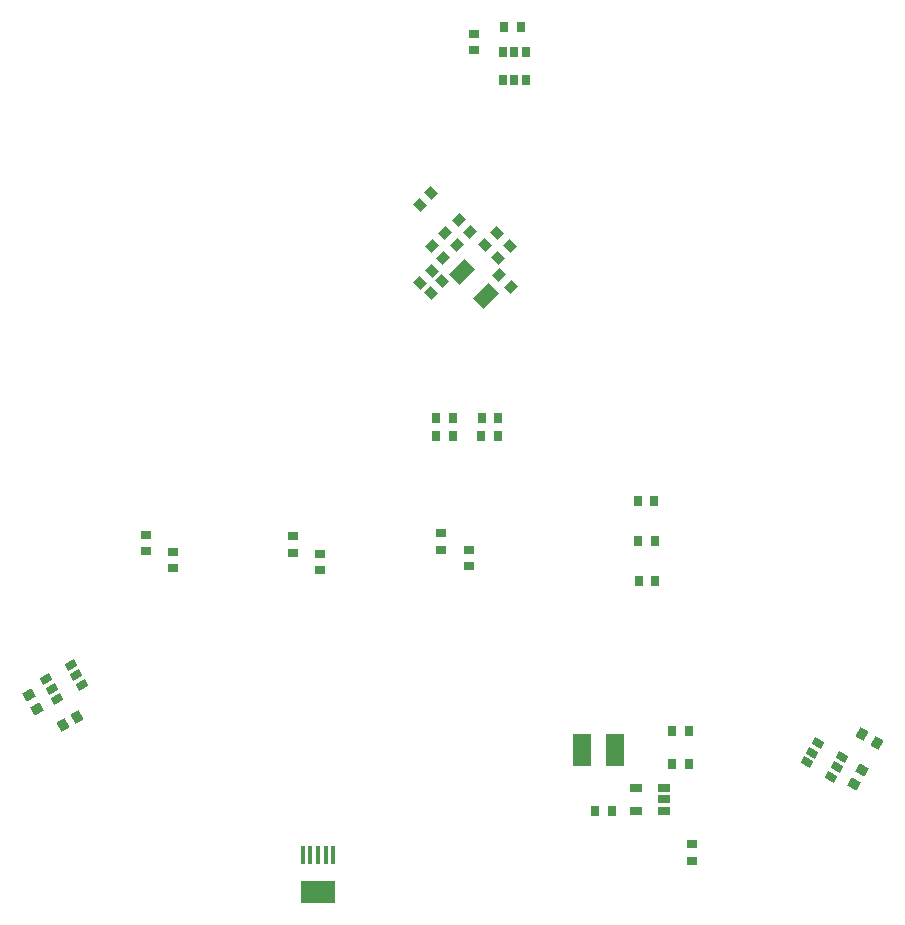
<source format=gbp>
%FSLAX44Y44*%
%MOMM*%
G71*
G01*
G75*
G04 Layer_Color=128*
%ADD10C,0.2540*%
%ADD11R,2.0320X2.0320*%
%ADD12R,5.5000X1.5000*%
G04:AMPARAMS|DCode=13|XSize=0.24mm|YSize=1.8mm|CornerRadius=0mm|HoleSize=0mm|Usage=FLASHONLY|Rotation=315.000|XOffset=0mm|YOffset=0mm|HoleType=Round|Shape=Round|*
%AMOVALD13*
21,1,1.5600,0.2400,0.0000,0.0000,45.0*
1,1,0.2400,-0.5515,-0.5515*
1,1,0.2400,0.5515,0.5515*
%
%ADD13OVALD13*%

G04:AMPARAMS|DCode=14|XSize=0.24mm|YSize=1.8mm|CornerRadius=0mm|HoleSize=0mm|Usage=FLASHONLY|Rotation=225.000|XOffset=0mm|YOffset=0mm|HoleType=Round|Shape=Round|*
%AMOVALD14*
21,1,1.5600,0.2400,0.0000,0.0000,315.0*
1,1,0.2400,-0.5515,0.5515*
1,1,0.2400,0.5515,-0.5515*
%
%ADD14OVALD14*%

%ADD15R,0.8000X0.9000*%
%ADD16P,2.8737X4X285.0*%
%ADD17P,2.8737X4X345.0*%
%ADD18C,0.4000*%
%ADD19C,0.2000*%
%ADD20C,0.7000*%
%ADD21C,0.5000*%
%ADD22C,0.3000*%
%ADD23C,1.2000*%
G04:AMPARAMS|DCode=24|XSize=1.9mm|YSize=1.1mm|CornerRadius=0mm|HoleSize=0mm|Usage=FLASHONLY|Rotation=90.000|XOffset=0mm|YOffset=0mm|HoleType=Round|Shape=Octagon|*
%AMOCTAGOND24*
4,1,8,0.2750,0.9500,-0.2750,0.9500,-0.5500,0.6750,-0.5500,-0.6750,-0.2750,-0.9500,0.2750,-0.9500,0.5500,-0.6750,0.5500,0.6750,0.2750,0.9500,0.0*
%
%ADD24OCTAGOND24*%

%ADD25O,1.1500X1.2500*%
%ADD26C,1.3000*%
%ADD27C,1.5000*%
%ADD28C,1.7000*%
%ADD29C,4.8260*%
%ADD30C,1.5240*%
%ADD31R,1.5240X1.5240*%
%ADD32R,1.5000X1.5000*%
%ADD33C,0.8000*%
%ADD34C,1.2700*%
%ADD35C,3.8000*%
%ADD36C,3.3020*%
G04:AMPARAMS|DCode=37|XSize=0.9mm|YSize=0.8mm|CornerRadius=0mm|HoleSize=0mm|Usage=FLASHONLY|Rotation=45.000|XOffset=0mm|YOffset=0mm|HoleType=Round|Shape=Rectangle|*
%AMROTATEDRECTD37*
4,1,4,-0.0354,-0.6010,-0.6010,-0.0354,0.0354,0.6010,0.6010,0.0354,-0.0354,-0.6010,0.0*
%
%ADD37ROTATEDRECTD37*%

G04:AMPARAMS|DCode=38|XSize=0.9mm|YSize=0.8mm|CornerRadius=0mm|HoleSize=0mm|Usage=FLASHONLY|Rotation=315.000|XOffset=0mm|YOffset=0mm|HoleType=Round|Shape=Rectangle|*
%AMROTATEDRECTD38*
4,1,4,-0.6010,0.0354,-0.0354,0.6010,0.6010,-0.0354,0.0354,-0.6010,-0.6010,0.0354,0.0*
%
%ADD38ROTATEDRECTD38*%

G04:AMPARAMS|DCode=39|XSize=1.8mm|YSize=1.3mm|CornerRadius=0mm|HoleSize=0mm|Usage=FLASHONLY|Rotation=45.000|XOffset=0mm|YOffset=0mm|HoleType=Round|Shape=Rectangle|*
%AMROTATEDRECTD39*
4,1,4,-0.1768,-1.0960,-1.0960,-0.1768,0.1768,1.0960,1.0960,0.1768,-0.1768,-1.0960,0.0*
%
%ADD39ROTATEDRECTD39*%

G04:AMPARAMS|DCode=40|XSize=0.65mm|YSize=0.9mm|CornerRadius=0mm|HoleSize=0mm|Usage=FLASHONLY|Rotation=60.000|XOffset=0mm|YOffset=0mm|HoleType=Round|Shape=Rectangle|*
%AMROTATEDRECTD40*
4,1,4,0.2272,-0.5065,-0.5522,-0.0565,-0.2272,0.5065,0.5522,0.0565,0.2272,-0.5065,0.0*
%
%ADD40ROTATEDRECTD40*%

%ADD41R,1.6000X2.7000*%
%ADD42R,0.9000X0.8000*%
%ADD43R,1.1000X0.6500*%
G04:AMPARAMS|DCode=44|XSize=0.9mm|YSize=0.8mm|CornerRadius=0mm|HoleSize=0mm|Usage=FLASHONLY|Rotation=210.000|XOffset=0mm|YOffset=0mm|HoleType=Round|Shape=Rectangle|*
%AMROTATEDRECTD44*
4,1,4,0.1897,0.5714,0.5897,-0.1214,-0.1897,-0.5714,-0.5897,0.1214,0.1897,0.5714,0.0*
%
%ADD44ROTATEDRECTD44*%

G04:AMPARAMS|DCode=45|XSize=0.9mm|YSize=0.8mm|CornerRadius=0mm|HoleSize=0mm|Usage=FLASHONLY|Rotation=330.000|XOffset=0mm|YOffset=0mm|HoleType=Round|Shape=Rectangle|*
%AMROTATEDRECTD45*
4,1,4,-0.5897,-0.1214,-0.1897,0.5714,0.5897,0.1214,0.1897,-0.5714,-0.5897,-0.1214,0.0*
%
%ADD45ROTATEDRECTD45*%

%ADD46R,0.6500X0.9000*%
G04:AMPARAMS|DCode=47|XSize=0.65mm|YSize=0.9mm|CornerRadius=0mm|HoleSize=0mm|Usage=FLASHONLY|Rotation=300.000|XOffset=0mm|YOffset=0mm|HoleType=Round|Shape=Rectangle|*
%AMROTATEDRECTD47*
4,1,4,-0.5522,0.0565,0.2272,0.5065,0.5522,-0.0565,-0.2272,-0.5065,-0.5522,0.0565,0.0*
%
%ADD47ROTATEDRECTD47*%

%ADD48R,0.4000X1.5500*%
%ADD49R,2.9000X1.9000*%
G04:AMPARAMS|DCode=50|XSize=0.9mm|YSize=0.8mm|CornerRadius=0mm|HoleSize=0mm|Usage=FLASHONLY|Rotation=120.000|XOffset=0mm|YOffset=0mm|HoleType=Round|Shape=Rectangle|*
%AMROTATEDRECTD50*
4,1,4,0.5714,-0.1897,-0.1214,-0.5897,-0.5714,0.1897,0.1214,0.5897,0.5714,-0.1897,0.0*
%
%ADD50ROTATEDRECTD50*%

G04:AMPARAMS|DCode=51|XSize=0.9mm|YSize=0.8mm|CornerRadius=0mm|HoleSize=0mm|Usage=FLASHONLY|Rotation=240.000|XOffset=0mm|YOffset=0mm|HoleType=Round|Shape=Rectangle|*
%AMROTATEDRECTD51*
4,1,4,-0.1214,0.5897,0.5714,0.1897,0.1214,-0.5897,-0.5714,-0.1897,-0.1214,0.5897,0.0*
%
%ADD51ROTATEDRECTD51*%

%ADD52C,0.9000*%
%ADD53R,0.1200X0.2200*%
%ADD54C,0.2500*%
%ADD55C,0.6000*%
%ADD56C,0.2032*%
%ADD57C,0.1500*%
%ADD58C,0.1200*%
%ADD59C,0.1000*%
%ADD60C,0.1300*%
%ADD61C,0.1100*%
%ADD62R,2.1336X2.1336*%
%ADD63R,5.7032X1.7032*%
G04:AMPARAMS|DCode=64|XSize=0.4432mm|YSize=2.0032mm|CornerRadius=0mm|HoleSize=0mm|Usage=FLASHONLY|Rotation=315.000|XOffset=0mm|YOffset=0mm|HoleType=Round|Shape=Round|*
%AMOVALD64*
21,1,1.5600,0.4432,0.0000,0.0000,45.0*
1,1,0.4432,-0.5515,-0.5515*
1,1,0.4432,0.5515,0.5515*
%
%ADD64OVALD64*%

G04:AMPARAMS|DCode=65|XSize=0.4432mm|YSize=2.0032mm|CornerRadius=0mm|HoleSize=0mm|Usage=FLASHONLY|Rotation=225.000|XOffset=0mm|YOffset=0mm|HoleType=Round|Shape=Round|*
%AMOVALD65*
21,1,1.5600,0.4432,0.0000,0.0000,315.0*
1,1,0.4432,-0.5515,0.5515*
1,1,0.4432,0.5515,-0.5515*
%
%ADD65OVALD65*%

%ADD66R,1.0032X1.1032*%
%ADD67P,3.0174X4X285.0*%
%ADD68P,3.0174X4X345.0*%
%ADD69C,1.4032*%
G04:AMPARAMS|DCode=70|XSize=2.1032mm|YSize=1.3032mm|CornerRadius=0mm|HoleSize=0mm|Usage=FLASHONLY|Rotation=90.000|XOffset=0mm|YOffset=0mm|HoleType=Round|Shape=Octagon|*
%AMOCTAGOND70*
4,1,8,0.3258,1.0516,-0.3258,1.0516,-0.6516,0.7258,-0.6516,-0.7258,-0.3258,-1.0516,0.3258,-1.0516,0.6516,-0.7258,0.6516,0.7258,0.3258,1.0516,0.0*
%
%ADD70OCTAGOND70*%

%ADD71O,1.3532X1.4532*%
%ADD72C,1.5032*%
%ADD73C,1.7032*%
%ADD74C,1.9032*%
%ADD75C,5.0292*%
%ADD76C,1.7272*%
%ADD77R,1.7272X1.7272*%
%ADD78R,1.7032X1.7032*%
%ADD79C,1.0032*%
%ADD80C,1.4732*%
%ADD81C,4.0032*%
%ADD82C,3.5052*%
G04:AMPARAMS|DCode=83|XSize=1.1032mm|YSize=1.0032mm|CornerRadius=0mm|HoleSize=0mm|Usage=FLASHONLY|Rotation=45.000|XOffset=0mm|YOffset=0mm|HoleType=Round|Shape=Rectangle|*
%AMROTATEDRECTD83*
4,1,4,-0.0354,-0.7447,-0.7447,-0.0354,0.0354,0.7447,0.7447,0.0354,-0.0354,-0.7447,0.0*
%
%ADD83ROTATEDRECTD83*%

G04:AMPARAMS|DCode=84|XSize=1.1032mm|YSize=1.0032mm|CornerRadius=0mm|HoleSize=0mm|Usage=FLASHONLY|Rotation=315.000|XOffset=0mm|YOffset=0mm|HoleType=Round|Shape=Rectangle|*
%AMROTATEDRECTD84*
4,1,4,-0.7447,0.0354,-0.0354,0.7447,0.7447,-0.0354,0.0354,-0.7447,-0.7447,0.0354,0.0*
%
%ADD84ROTATEDRECTD84*%

G04:AMPARAMS|DCode=85|XSize=2.0032mm|YSize=1.5032mm|CornerRadius=0mm|HoleSize=0mm|Usage=FLASHONLY|Rotation=45.000|XOffset=0mm|YOffset=0mm|HoleType=Round|Shape=Rectangle|*
%AMROTATEDRECTD85*
4,1,4,-0.1768,-1.2397,-1.2397,-0.1768,0.1768,1.2397,1.2397,0.1768,-0.1768,-1.2397,0.0*
%
%ADD85ROTATEDRECTD85*%

G04:AMPARAMS|DCode=86|XSize=0.8532mm|YSize=1.1032mm|CornerRadius=0mm|HoleSize=0mm|Usage=FLASHONLY|Rotation=60.000|XOffset=0mm|YOffset=0mm|HoleType=Round|Shape=Rectangle|*
%AMROTATEDRECTD86*
4,1,4,0.2644,-0.6452,-0.6910,-0.0937,-0.2644,0.6452,0.6910,0.0937,0.2644,-0.6452,0.0*
%
%ADD86ROTATEDRECTD86*%

%ADD87R,1.8032X2.9032*%
%ADD88R,1.1032X1.0032*%
%ADD89R,1.3032X0.8532*%
G04:AMPARAMS|DCode=90|XSize=1.1032mm|YSize=1.0032mm|CornerRadius=0mm|HoleSize=0mm|Usage=FLASHONLY|Rotation=210.000|XOffset=0mm|YOffset=0mm|HoleType=Round|Shape=Rectangle|*
%AMROTATEDRECTD90*
4,1,4,0.2269,0.7102,0.7285,-0.1586,-0.2269,-0.7102,-0.7285,0.1586,0.2269,0.7102,0.0*
%
%ADD90ROTATEDRECTD90*%

G04:AMPARAMS|DCode=91|XSize=1.1032mm|YSize=1.0032mm|CornerRadius=0mm|HoleSize=0mm|Usage=FLASHONLY|Rotation=330.000|XOffset=0mm|YOffset=0mm|HoleType=Round|Shape=Rectangle|*
%AMROTATEDRECTD91*
4,1,4,-0.7285,-0.1586,-0.2269,0.7102,0.7285,0.1586,0.2269,-0.7102,-0.7285,-0.1586,0.0*
%
%ADD91ROTATEDRECTD91*%

%ADD92R,0.8532X1.1032*%
G04:AMPARAMS|DCode=93|XSize=0.8532mm|YSize=1.1032mm|CornerRadius=0mm|HoleSize=0mm|Usage=FLASHONLY|Rotation=300.000|XOffset=0mm|YOffset=0mm|HoleType=Round|Shape=Rectangle|*
%AMROTATEDRECTD93*
4,1,4,-0.6910,0.0937,0.2644,0.6452,0.6910,-0.0937,-0.2644,-0.6452,-0.6910,0.0937,0.0*
%
%ADD93ROTATEDRECTD93*%

%ADD94R,0.6032X1.7532*%
%ADD95R,3.1032X2.1032*%
G04:AMPARAMS|DCode=96|XSize=1.1032mm|YSize=1.0032mm|CornerRadius=0mm|HoleSize=0mm|Usage=FLASHONLY|Rotation=120.000|XOffset=0mm|YOffset=0mm|HoleType=Round|Shape=Rectangle|*
%AMROTATEDRECTD96*
4,1,4,0.7102,-0.2269,-0.1586,-0.7285,-0.7102,0.2269,0.1586,0.7285,0.7102,-0.2269,0.0*
%
%ADD96ROTATEDRECTD96*%

G04:AMPARAMS|DCode=97|XSize=1.1032mm|YSize=1.0032mm|CornerRadius=0mm|HoleSize=0mm|Usage=FLASHONLY|Rotation=240.000|XOffset=0mm|YOffset=0mm|HoleType=Round|Shape=Rectangle|*
%AMROTATEDRECTD97*
4,1,4,-0.1586,0.7285,0.7102,0.2269,0.1586,-0.7285,-0.7102,-0.2269,-0.1586,0.7285,0.0*
%
%ADD97ROTATEDRECTD97*%

D15*
X107700Y85300D02*
D03*
X121700D02*
D03*
X144800Y280000D02*
D03*
X158800D02*
D03*
X144400Y313700D02*
D03*
X158400D02*
D03*
X143900Y347500D02*
D03*
X157900D02*
D03*
X172800Y153400D02*
D03*
X186800D02*
D03*
X44800Y748800D02*
D03*
X30800D02*
D03*
X173100Y125200D02*
D03*
X187100D02*
D03*
X-13000Y402600D02*
D03*
X-27000D02*
D03*
X11300Y402500D02*
D03*
X25300D02*
D03*
X-12700Y418100D02*
D03*
X-26700Y418100D02*
D03*
X11600Y417900D02*
D03*
X25600Y417900D02*
D03*
D37*
X-7750Y585450D02*
D03*
X2150Y575550D02*
D03*
X-9150Y564750D02*
D03*
X-19050Y574650D02*
D03*
X-20750Y553750D02*
D03*
X-30650Y563650D02*
D03*
X26550Y538850D02*
D03*
X36450Y528950D02*
D03*
D38*
X-40150Y532750D02*
D03*
X-30250Y542650D02*
D03*
X-21750Y533750D02*
D03*
X-31650Y523850D02*
D03*
X14450Y564650D02*
D03*
X24350Y574550D02*
D03*
X25550Y553750D02*
D03*
X35450Y563650D02*
D03*
X-30950Y608450D02*
D03*
X-40850Y598550D02*
D03*
D39*
X15553Y521547D02*
D03*
X-4953Y542053D02*
D03*
D40*
X317042Y130927D02*
D03*
X312292Y122700D02*
D03*
X307542Y114473D02*
D03*
X286758Y126473D02*
D03*
X291508Y134700D02*
D03*
X296258Y142927D02*
D03*
D41*
X124700Y136700D02*
D03*
X96700D02*
D03*
D42*
X189800Y43200D02*
D03*
Y57200D02*
D03*
X-249800Y304800D02*
D03*
Y290800D02*
D03*
X-272800Y305200D02*
D03*
Y319200D02*
D03*
X-125100Y303100D02*
D03*
Y289100D02*
D03*
X-147700Y304200D02*
D03*
Y318200D02*
D03*
X900Y306600D02*
D03*
Y292600D02*
D03*
X-23000Y306700D02*
D03*
Y320700D02*
D03*
X5100Y729300D02*
D03*
Y743300D02*
D03*
D43*
X166100Y104700D02*
D03*
Y95200D02*
D03*
Y85700D02*
D03*
X142100D02*
D03*
Y104700D02*
D03*
D44*
X-372000Y183562D02*
D03*
X-365000Y171438D02*
D03*
D45*
X326600Y108238D02*
D03*
X333600Y120362D02*
D03*
D46*
X29800Y728400D02*
D03*
X39300D02*
D03*
X48800D02*
D03*
Y704400D02*
D03*
X39300D02*
D03*
X29800D02*
D03*
D47*
X-347642Y180273D02*
D03*
X-352392Y188500D02*
D03*
X-357142Y196727D02*
D03*
X-336358Y208727D02*
D03*
X-331608Y200500D02*
D03*
X-326858Y192273D02*
D03*
D48*
X-139900Y48000D02*
D03*
X-133400D02*
D03*
X-126900D02*
D03*
X-120400D02*
D03*
X-113900D02*
D03*
D49*
X-126900Y17000D02*
D03*
D50*
X-330638Y165300D02*
D03*
X-342762Y158300D02*
D03*
D51*
X333838Y150200D02*
D03*
X345962Y143200D02*
D03*
M02*

</source>
